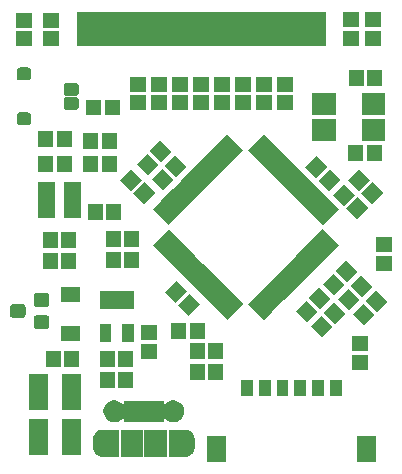
<source format=gts>
G04 #@! TF.GenerationSoftware,KiCad,Pcbnew,5.1.6*
G04 #@! TF.CreationDate,2020-09-12T16:37:34+02:00*
G04 #@! TF.ProjectId,xling,786c696e-672e-46b6-9963-61645f706362,4*
G04 #@! TF.SameCoordinates,Original*
G04 #@! TF.FileFunction,Soldermask,Top*
G04 #@! TF.FilePolarity,Negative*
%FSLAX46Y46*%
G04 Gerber Fmt 4.6, Leading zero omitted, Abs format (unit mm)*
G04 Created by KiCad (PCBNEW 5.1.6) date 2020-09-12 16:37:34*
%MOMM*%
%LPD*%
G01*
G04 APERTURE LIST*
%ADD10C,0.100000*%
G04 APERTURE END LIST*
D10*
G36*
X84462000Y-85955000D02*
G01*
X82812000Y-85955000D01*
X82812000Y-83755000D01*
X84462000Y-83755000D01*
X84462000Y-85955000D01*
G37*
G36*
X71752000Y-85955000D02*
G01*
X70102000Y-85955000D01*
X70102000Y-83755000D01*
X71752000Y-83755000D01*
X71752000Y-85955000D01*
G37*
G36*
X61318848Y-83197259D02*
G01*
X61323749Y-83197500D01*
X62682000Y-83197500D01*
X62682000Y-85497500D01*
X61323748Y-85497500D01*
X61318847Y-85497741D01*
X61282000Y-85501370D01*
X61245152Y-85497741D01*
X61240251Y-85497500D01*
X61080234Y-85497500D01*
X61078194Y-85490775D01*
X61073574Y-85482131D01*
X61067356Y-85474554D01*
X61059779Y-85468336D01*
X61051135Y-85463716D01*
X61046521Y-85462065D01*
X61007980Y-85450374D01*
X60974371Y-85440179D01*
X60835395Y-85365895D01*
X60713578Y-85265922D01*
X60613605Y-85144104D01*
X60539321Y-85005128D01*
X60493576Y-84854326D01*
X60482000Y-84736794D01*
X60482000Y-83958205D01*
X60493576Y-83840673D01*
X60539322Y-83689871D01*
X60613606Y-83550895D01*
X60713579Y-83429078D01*
X60835396Y-83329105D01*
X60974372Y-83254821D01*
X61046515Y-83232937D01*
X61055570Y-83229186D01*
X61063720Y-83223741D01*
X61070651Y-83216810D01*
X61076096Y-83208661D01*
X61079847Y-83199605D01*
X61080266Y-83197500D01*
X61240252Y-83197500D01*
X61245153Y-83197259D01*
X61282000Y-83193630D01*
X61318848Y-83197259D01*
G37*
G36*
X68318847Y-83197259D02*
G01*
X68323748Y-83197500D01*
X68483766Y-83197500D01*
X68485806Y-83204225D01*
X68490426Y-83212869D01*
X68496644Y-83220446D01*
X68504221Y-83226664D01*
X68512865Y-83231284D01*
X68517485Y-83232937D01*
X68589628Y-83254821D01*
X68728604Y-83329105D01*
X68850422Y-83429078D01*
X68950395Y-83550895D01*
X69024679Y-83689871D01*
X69070424Y-83840673D01*
X69082000Y-83958205D01*
X69082000Y-84736795D01*
X69070424Y-84854327D01*
X69024679Y-85005129D01*
X68950395Y-85144105D01*
X68850422Y-85265922D01*
X68728605Y-85365895D01*
X68589629Y-85440179D01*
X68556020Y-85450374D01*
X68517482Y-85462064D01*
X68508430Y-85465814D01*
X68500280Y-85471259D01*
X68493350Y-85478190D01*
X68487904Y-85486339D01*
X68484153Y-85495395D01*
X68483734Y-85497500D01*
X68323749Y-85497500D01*
X68318848Y-85497741D01*
X68282000Y-85501370D01*
X68245153Y-85497741D01*
X68240252Y-85497500D01*
X66882000Y-85497500D01*
X66882000Y-83197500D01*
X68240251Y-83197500D01*
X68245152Y-83197259D01*
X68282000Y-83193630D01*
X68318847Y-83197259D01*
G37*
G36*
X66732000Y-85497500D02*
G01*
X64832000Y-85497500D01*
X64832000Y-83197500D01*
X66732000Y-83197500D01*
X66732000Y-85497500D01*
G37*
G36*
X64732000Y-85497500D02*
G01*
X62832000Y-85497500D01*
X62832000Y-83197500D01*
X64732000Y-83197500D01*
X64732000Y-85497500D01*
G37*
G36*
X59502000Y-85345000D02*
G01*
X57852000Y-85345000D01*
X57852000Y-82295000D01*
X59502000Y-82295000D01*
X59502000Y-85345000D01*
G37*
G36*
X56702000Y-85345000D02*
G01*
X55052000Y-85345000D01*
X55052000Y-82295000D01*
X56702000Y-82295000D01*
X56702000Y-85345000D01*
G37*
G36*
X62551811Y-80758046D02*
G01*
X62551814Y-80758047D01*
X62551813Y-80758047D01*
X62720152Y-80827775D01*
X62871653Y-80929005D01*
X62996652Y-81054004D01*
X63004223Y-81060217D01*
X63012867Y-81064837D01*
X63022247Y-81067682D01*
X63032001Y-81068643D01*
X63041755Y-81067682D01*
X63051135Y-81064837D01*
X63059779Y-81060217D01*
X63067356Y-81053999D01*
X63073574Y-81046422D01*
X63078194Y-81037778D01*
X63081039Y-81028398D01*
X63082000Y-81018644D01*
X63082000Y-80772500D01*
X66482000Y-80772500D01*
X66482000Y-81018644D01*
X66482961Y-81028398D01*
X66485806Y-81037778D01*
X66490426Y-81046422D01*
X66496644Y-81053999D01*
X66504221Y-81060217D01*
X66512865Y-81064837D01*
X66522245Y-81067682D01*
X66531999Y-81068643D01*
X66541753Y-81067682D01*
X66551133Y-81064837D01*
X66559777Y-81060217D01*
X66567348Y-81054004D01*
X66692347Y-80929005D01*
X66843848Y-80827775D01*
X67012187Y-80758047D01*
X67012186Y-80758047D01*
X67012189Y-80758046D01*
X67190894Y-80722500D01*
X67373106Y-80722500D01*
X67551811Y-80758046D01*
X67551814Y-80758047D01*
X67551813Y-80758047D01*
X67720152Y-80827775D01*
X67871653Y-80929005D01*
X68000495Y-81057847D01*
X68101725Y-81209348D01*
X68159490Y-81348806D01*
X68171454Y-81377689D01*
X68207000Y-81556394D01*
X68207000Y-81738606D01*
X68171454Y-81917311D01*
X68171453Y-81917313D01*
X68101725Y-82085652D01*
X68000495Y-82237153D01*
X67871653Y-82365995D01*
X67720152Y-82467225D01*
X67586706Y-82522500D01*
X67551811Y-82536954D01*
X67373106Y-82572500D01*
X67190894Y-82572500D01*
X67012189Y-82536954D01*
X66977294Y-82522500D01*
X66843848Y-82467225D01*
X66692347Y-82365995D01*
X66567348Y-82240996D01*
X66559777Y-82234783D01*
X66551133Y-82230163D01*
X66541753Y-82227318D01*
X66531999Y-82226357D01*
X66522245Y-82227318D01*
X66512865Y-82230163D01*
X66504221Y-82234783D01*
X66496644Y-82241001D01*
X66490426Y-82248578D01*
X66485806Y-82257222D01*
X66482961Y-82266602D01*
X66482000Y-82276356D01*
X66482000Y-82522500D01*
X63082000Y-82522500D01*
X63082000Y-82276356D01*
X63081039Y-82266602D01*
X63078194Y-82257222D01*
X63073574Y-82248578D01*
X63067356Y-82241001D01*
X63059779Y-82234783D01*
X63051135Y-82230163D01*
X63041755Y-82227318D01*
X63032001Y-82226357D01*
X63022247Y-82227318D01*
X63012867Y-82230163D01*
X63004223Y-82234783D01*
X62996652Y-82240996D01*
X62871653Y-82365995D01*
X62720152Y-82467225D01*
X62586706Y-82522500D01*
X62551811Y-82536954D01*
X62373106Y-82572500D01*
X62190894Y-82572500D01*
X62012189Y-82536954D01*
X61977294Y-82522500D01*
X61843848Y-82467225D01*
X61692347Y-82365995D01*
X61563505Y-82237153D01*
X61462275Y-82085652D01*
X61392547Y-81917313D01*
X61392546Y-81917311D01*
X61357000Y-81738606D01*
X61357000Y-81556394D01*
X61392546Y-81377689D01*
X61404510Y-81348806D01*
X61462275Y-81209348D01*
X61563505Y-81057847D01*
X61692347Y-80929005D01*
X61843848Y-80827775D01*
X62012187Y-80758047D01*
X62012186Y-80758047D01*
X62012189Y-80758046D01*
X62190894Y-80722500D01*
X62373106Y-80722500D01*
X62551811Y-80758046D01*
G37*
G36*
X56702000Y-81535000D02*
G01*
X55052000Y-81535000D01*
X55052000Y-78485000D01*
X56702000Y-78485000D01*
X56702000Y-81535000D01*
G37*
G36*
X59502000Y-81535000D02*
G01*
X57852000Y-81535000D01*
X57852000Y-78485000D01*
X59502000Y-78485000D01*
X59502000Y-81535000D01*
G37*
G36*
X81532000Y-80365000D02*
G01*
X80532000Y-80365000D01*
X80532000Y-78965000D01*
X81532000Y-78965000D01*
X81532000Y-80365000D01*
G37*
G36*
X80032000Y-80365000D02*
G01*
X79032000Y-80365000D01*
X79032000Y-78965000D01*
X80032000Y-78965000D01*
X80032000Y-80365000D01*
G37*
G36*
X78532000Y-80365000D02*
G01*
X77532000Y-80365000D01*
X77532000Y-78965000D01*
X78532000Y-78965000D01*
X78532000Y-80365000D01*
G37*
G36*
X77032000Y-80365000D02*
G01*
X76032000Y-80365000D01*
X76032000Y-78965000D01*
X77032000Y-78965000D01*
X77032000Y-80365000D01*
G37*
G36*
X75532000Y-80365000D02*
G01*
X74532000Y-80365000D01*
X74532000Y-78965000D01*
X75532000Y-78965000D01*
X75532000Y-80365000D01*
G37*
G36*
X74032000Y-80365000D02*
G01*
X73032000Y-80365000D01*
X73032000Y-78965000D01*
X74032000Y-78965000D01*
X74032000Y-80365000D01*
G37*
G36*
X62334000Y-79669000D02*
G01*
X61059000Y-79669000D01*
X61059000Y-78319000D01*
X62334000Y-78319000D01*
X62334000Y-79669000D01*
G37*
G36*
X63909000Y-79669000D02*
G01*
X62634000Y-79669000D01*
X62634000Y-78319000D01*
X63909000Y-78319000D01*
X63909000Y-79669000D01*
G37*
G36*
X71529000Y-79008600D02*
G01*
X70254000Y-79008600D01*
X70254000Y-77658600D01*
X71529000Y-77658600D01*
X71529000Y-79008600D01*
G37*
G36*
X69954000Y-79008600D02*
G01*
X68679000Y-79008600D01*
X68679000Y-77658600D01*
X69954000Y-77658600D01*
X69954000Y-79008600D01*
G37*
G36*
X83733000Y-78133000D02*
G01*
X82383000Y-78133000D01*
X82383000Y-76858000D01*
X83733000Y-76858000D01*
X83733000Y-78133000D01*
G37*
G36*
X59337000Y-77891000D02*
G01*
X58062000Y-77891000D01*
X58062000Y-76541000D01*
X59337000Y-76541000D01*
X59337000Y-77891000D01*
G37*
G36*
X57762000Y-77891000D02*
G01*
X56487000Y-77891000D01*
X56487000Y-76541000D01*
X57762000Y-76541000D01*
X57762000Y-77891000D01*
G37*
G36*
X62334000Y-77891000D02*
G01*
X61059000Y-77891000D01*
X61059000Y-76541000D01*
X62334000Y-76541000D01*
X62334000Y-77891000D01*
G37*
G36*
X63909000Y-77891000D02*
G01*
X62634000Y-77891000D01*
X62634000Y-76541000D01*
X63909000Y-76541000D01*
X63909000Y-77891000D01*
G37*
G36*
X69954000Y-77230600D02*
G01*
X68679000Y-77230600D01*
X68679000Y-75880600D01*
X69954000Y-75880600D01*
X69954000Y-77230600D01*
G37*
G36*
X71529000Y-77230600D02*
G01*
X70254000Y-77230600D01*
X70254000Y-75880600D01*
X71529000Y-75880600D01*
X71529000Y-77230600D01*
G37*
G36*
X65914900Y-77218600D02*
G01*
X64564900Y-77218600D01*
X64564900Y-75943600D01*
X65914900Y-75943600D01*
X65914900Y-77218600D01*
G37*
G36*
X83733000Y-76558000D02*
G01*
X82383000Y-76558000D01*
X82383000Y-75283000D01*
X83733000Y-75283000D01*
X83733000Y-76558000D01*
G37*
G36*
X63934000Y-75760000D02*
G01*
X62934000Y-75760000D01*
X62934000Y-74260000D01*
X63934000Y-74260000D01*
X63934000Y-75760000D01*
G37*
G36*
X62034000Y-75760000D02*
G01*
X61034000Y-75760000D01*
X61034000Y-74260000D01*
X62034000Y-74260000D01*
X62034000Y-75760000D01*
G37*
G36*
X59347000Y-75706000D02*
G01*
X57747000Y-75706000D01*
X57747000Y-74406000D01*
X59347000Y-74406000D01*
X59347000Y-75706000D01*
G37*
G36*
X65914900Y-75643600D02*
G01*
X64564900Y-75643600D01*
X64564900Y-74368600D01*
X65914900Y-74368600D01*
X65914900Y-75643600D01*
G37*
G36*
X69954200Y-75503400D02*
G01*
X68679200Y-75503400D01*
X68679200Y-74153400D01*
X69954200Y-74153400D01*
X69954200Y-75503400D01*
G37*
G36*
X68379200Y-75503400D02*
G01*
X67104200Y-75503400D01*
X67104200Y-74153400D01*
X68379200Y-74153400D01*
X68379200Y-75503400D01*
G37*
G36*
X80762231Y-74497364D02*
G01*
X79860670Y-75398925D01*
X78906075Y-74444330D01*
X79807636Y-73542769D01*
X80762231Y-74497364D01*
G37*
G36*
X56546602Y-73507521D02*
G01*
X56598147Y-73523157D01*
X56645645Y-73548545D01*
X56687283Y-73582717D01*
X56721455Y-73624355D01*
X56746843Y-73671853D01*
X56762479Y-73723398D01*
X56768000Y-73779454D01*
X56768000Y-74424546D01*
X56762479Y-74480602D01*
X56746843Y-74532147D01*
X56721455Y-74579645D01*
X56687283Y-74621283D01*
X56645645Y-74655455D01*
X56598147Y-74680843D01*
X56546602Y-74696479D01*
X56490546Y-74702000D01*
X55745454Y-74702000D01*
X55689398Y-74696479D01*
X55637853Y-74680843D01*
X55590355Y-74655455D01*
X55548717Y-74621283D01*
X55514545Y-74579645D01*
X55489157Y-74532147D01*
X55473521Y-74480602D01*
X55468000Y-74424546D01*
X55468000Y-73779454D01*
X55473521Y-73723398D01*
X55489157Y-73671853D01*
X55514545Y-73624355D01*
X55548717Y-73582717D01*
X55590355Y-73548545D01*
X55637853Y-73523157D01*
X55689398Y-73507521D01*
X55745454Y-73502000D01*
X56490546Y-73502000D01*
X56546602Y-73507521D01*
G37*
G36*
X84318231Y-73481364D02*
G01*
X83416670Y-74382925D01*
X82462075Y-73428330D01*
X83363636Y-72526769D01*
X84318231Y-73481364D01*
G37*
G36*
X81875925Y-73383670D02*
G01*
X80974364Y-74285231D01*
X80019769Y-73330636D01*
X80921330Y-72429075D01*
X81875925Y-73383670D01*
G37*
G36*
X79492231Y-73227364D02*
G01*
X78590670Y-74128925D01*
X77636075Y-73174330D01*
X78537636Y-72272769D01*
X79492231Y-73227364D01*
G37*
G36*
X67448626Y-66800141D02*
G01*
X67448626Y-66800140D01*
X68686062Y-68037576D01*
X68686062Y-68037577D01*
X69145682Y-68497197D01*
X69145682Y-68497196D01*
X69817433Y-69168947D01*
X69817433Y-69168948D01*
X70277053Y-69628568D01*
X70277053Y-69628567D01*
X70948804Y-70300318D01*
X70948804Y-70300319D01*
X71408424Y-70759939D01*
X71408424Y-70759938D01*
X72645860Y-71997374D01*
X72645860Y-71997375D01*
X73211545Y-72563060D01*
X71868042Y-73906563D01*
X71196291Y-73234812D01*
X71196292Y-73234812D01*
X70170987Y-72209507D01*
X70170986Y-72209507D01*
X69499235Y-71537756D01*
X69499236Y-71537756D01*
X69039616Y-71078136D01*
X69039615Y-71078136D01*
X68367864Y-70406385D01*
X68367865Y-70406385D01*
X67908245Y-69946765D01*
X67908244Y-69946765D01*
X67236493Y-69275014D01*
X67236494Y-69275014D01*
X66211189Y-68249709D01*
X66211188Y-68249709D01*
X65539437Y-67577958D01*
X66882940Y-66234455D01*
X67448626Y-66800141D01*
G37*
G36*
X81272563Y-67577958D02*
G01*
X80600812Y-68249709D01*
X80035126Y-68815394D01*
X79575507Y-69275014D01*
X76641014Y-72209507D01*
X76075328Y-72775192D01*
X75615709Y-73234812D01*
X74943958Y-73906563D01*
X73600455Y-72563060D01*
X74166141Y-71997375D01*
X74166140Y-71997374D01*
X75403576Y-70759938D01*
X75403577Y-70759939D01*
X75438921Y-70724594D01*
X75863197Y-70300319D01*
X75863196Y-70300318D01*
X76534947Y-69628567D01*
X76534948Y-69628568D01*
X76570292Y-69593223D01*
X76994568Y-69168948D01*
X76994567Y-69168947D01*
X77666318Y-68497196D01*
X77666319Y-68497197D01*
X77701663Y-68461852D01*
X78125939Y-68037577D01*
X78125938Y-68037576D01*
X79363374Y-66800140D01*
X79363375Y-66800141D01*
X79398719Y-66764796D01*
X79929060Y-66234455D01*
X81272563Y-67577958D01*
G37*
G36*
X54546602Y-72557521D02*
G01*
X54598147Y-72573157D01*
X54645645Y-72598545D01*
X54687283Y-72632717D01*
X54721455Y-72674355D01*
X54746843Y-72721853D01*
X54762479Y-72773398D01*
X54768000Y-72829454D01*
X54768000Y-73474546D01*
X54762479Y-73530602D01*
X54746843Y-73582147D01*
X54721455Y-73629645D01*
X54687283Y-73671283D01*
X54645645Y-73705455D01*
X54598147Y-73730843D01*
X54546602Y-73746479D01*
X54490546Y-73752000D01*
X53745454Y-73752000D01*
X53689398Y-73746479D01*
X53637853Y-73730843D01*
X53590355Y-73705455D01*
X53548717Y-73671283D01*
X53514545Y-73629645D01*
X53489157Y-73582147D01*
X53473521Y-73530602D01*
X53468000Y-73474546D01*
X53468000Y-72829454D01*
X53473521Y-72773398D01*
X53489157Y-72721853D01*
X53514545Y-72674355D01*
X53548717Y-72632717D01*
X53590355Y-72598545D01*
X53637853Y-72573157D01*
X53689398Y-72557521D01*
X53745454Y-72552000D01*
X54490546Y-72552000D01*
X54546602Y-72557521D01*
G37*
G36*
X69556925Y-72602830D02*
G01*
X68602330Y-73557425D01*
X67700769Y-72655864D01*
X68655364Y-71701269D01*
X69556925Y-72602830D01*
G37*
G36*
X85431925Y-72367670D02*
G01*
X84530364Y-73269231D01*
X83575769Y-72314636D01*
X84477330Y-71413075D01*
X85431925Y-72367670D01*
G37*
G36*
X83048231Y-72211364D02*
G01*
X82146670Y-73112925D01*
X81192075Y-72158330D01*
X82093636Y-71256769D01*
X83048231Y-72211364D01*
G37*
G36*
X80605925Y-72113670D02*
G01*
X79704364Y-73015231D01*
X78749769Y-72060636D01*
X79651330Y-71159075D01*
X80605925Y-72113670D01*
G37*
G36*
X63934000Y-72960000D02*
G01*
X61034000Y-72960000D01*
X61034000Y-71460000D01*
X63934000Y-71460000D01*
X63934000Y-72960000D01*
G37*
G36*
X56546602Y-71607521D02*
G01*
X56598147Y-71623157D01*
X56645645Y-71648545D01*
X56687283Y-71682717D01*
X56721455Y-71724355D01*
X56746843Y-71771853D01*
X56762479Y-71823398D01*
X56768000Y-71879454D01*
X56768000Y-72524546D01*
X56762479Y-72580602D01*
X56746843Y-72632147D01*
X56721455Y-72679645D01*
X56687283Y-72721283D01*
X56645645Y-72755455D01*
X56598147Y-72780843D01*
X56546602Y-72796479D01*
X56490546Y-72802000D01*
X55745454Y-72802000D01*
X55689398Y-72796479D01*
X55637853Y-72780843D01*
X55590355Y-72755455D01*
X55548717Y-72721283D01*
X55514545Y-72679645D01*
X55489157Y-72632147D01*
X55473521Y-72580602D01*
X55468000Y-72524546D01*
X55468000Y-71879454D01*
X55473521Y-71823398D01*
X55489157Y-71771853D01*
X55514545Y-71724355D01*
X55548717Y-71682717D01*
X55590355Y-71648545D01*
X55637853Y-71623157D01*
X55689398Y-71607521D01*
X55745454Y-71602000D01*
X56490546Y-71602000D01*
X56546602Y-71607521D01*
G37*
G36*
X68443231Y-71489136D02*
G01*
X67488636Y-72443731D01*
X66587075Y-71542170D01*
X67541670Y-70587575D01*
X68443231Y-71489136D01*
G37*
G36*
X59347000Y-72406000D02*
G01*
X57747000Y-72406000D01*
X57747000Y-71106000D01*
X59347000Y-71106000D01*
X59347000Y-72406000D01*
G37*
G36*
X84161925Y-71097670D02*
G01*
X83260364Y-71999231D01*
X82305769Y-71044636D01*
X83207330Y-70143075D01*
X84161925Y-71097670D01*
G37*
G36*
X81778231Y-70941364D02*
G01*
X80876670Y-71842925D01*
X79922075Y-70888330D01*
X80823636Y-69986769D01*
X81778231Y-70941364D01*
G37*
G36*
X82891925Y-69827670D02*
G01*
X81990364Y-70729231D01*
X81035769Y-69774636D01*
X81937330Y-68873075D01*
X82891925Y-69827670D01*
G37*
G36*
X85765000Y-69751000D02*
G01*
X84415000Y-69751000D01*
X84415000Y-68476000D01*
X85765000Y-68476000D01*
X85765000Y-69751000D01*
G37*
G36*
X57508000Y-69636000D02*
G01*
X56233000Y-69636000D01*
X56233000Y-68286000D01*
X57508000Y-68286000D01*
X57508000Y-69636000D01*
G37*
G36*
X59083000Y-69636000D02*
G01*
X57808000Y-69636000D01*
X57808000Y-68286000D01*
X59083000Y-68286000D01*
X59083000Y-69636000D01*
G37*
G36*
X62842000Y-69509000D02*
G01*
X61567000Y-69509000D01*
X61567000Y-68159000D01*
X62842000Y-68159000D01*
X62842000Y-69509000D01*
G37*
G36*
X64417000Y-69509000D02*
G01*
X63142000Y-69509000D01*
X63142000Y-68159000D01*
X64417000Y-68159000D01*
X64417000Y-69509000D01*
G37*
G36*
X85765000Y-68176000D02*
G01*
X84415000Y-68176000D01*
X84415000Y-66901000D01*
X85765000Y-66901000D01*
X85765000Y-68176000D01*
G37*
G36*
X59083000Y-67858000D02*
G01*
X57808000Y-67858000D01*
X57808000Y-66508000D01*
X59083000Y-66508000D01*
X59083000Y-67858000D01*
G37*
G36*
X57508000Y-67858000D02*
G01*
X56233000Y-67858000D01*
X56233000Y-66508000D01*
X57508000Y-66508000D01*
X57508000Y-67858000D01*
G37*
G36*
X62842000Y-67731000D02*
G01*
X61567000Y-67731000D01*
X61567000Y-66381000D01*
X62842000Y-66381000D01*
X62842000Y-67731000D01*
G37*
G36*
X64417000Y-67731000D02*
G01*
X63142000Y-67731000D01*
X63142000Y-66381000D01*
X64417000Y-66381000D01*
X64417000Y-67731000D01*
G37*
G36*
X73211545Y-59516940D02*
G01*
X72645860Y-60082626D01*
X67448626Y-65279860D01*
X66882940Y-65845545D01*
X65539437Y-64502042D01*
X66211188Y-63830291D01*
X66211189Y-63830292D01*
X66246533Y-63794947D01*
X66776874Y-63264606D01*
X67236494Y-62804987D01*
X67236493Y-62804986D01*
X67908244Y-62133235D01*
X67908245Y-62133236D01*
X67943589Y-62097891D01*
X68367865Y-61673616D01*
X68367864Y-61673615D01*
X69039615Y-61001864D01*
X69039616Y-61001865D01*
X69074960Y-60966520D01*
X69499236Y-60542245D01*
X69499235Y-60542244D01*
X70170986Y-59870493D01*
X70170987Y-59870494D01*
X70206331Y-59835149D01*
X70736672Y-59304808D01*
X71196292Y-58845189D01*
X71196291Y-58845188D01*
X71868042Y-58173437D01*
X73211545Y-59516940D01*
G37*
G36*
X75615709Y-58845188D02*
G01*
X75615709Y-58845189D01*
X76641014Y-59870494D01*
X76641014Y-59870493D01*
X77312765Y-60542244D01*
X77312765Y-60542245D01*
X77772385Y-61001865D01*
X77772385Y-61001864D01*
X78444136Y-61673615D01*
X78444136Y-61673616D01*
X78903756Y-62133236D01*
X78903756Y-62133235D01*
X79575507Y-62804986D01*
X79575507Y-62804987D01*
X80600812Y-63830292D01*
X80600812Y-63830291D01*
X81272563Y-64502042D01*
X79929060Y-65845545D01*
X79363375Y-65279860D01*
X79363374Y-65279860D01*
X78125938Y-64042424D01*
X78125939Y-64042424D01*
X77666319Y-63582804D01*
X77666318Y-63582804D01*
X76994567Y-62911053D01*
X76994568Y-62911053D01*
X76534948Y-62451433D01*
X76534947Y-62451433D01*
X75863196Y-61779682D01*
X75863197Y-61779682D01*
X75403577Y-61320062D01*
X75403576Y-61320062D01*
X74166140Y-60082626D01*
X74166141Y-60082626D01*
X73600455Y-59516940D01*
X74943958Y-58173437D01*
X75615709Y-58845188D01*
G37*
G36*
X61318000Y-65445000D02*
G01*
X60043000Y-65445000D01*
X60043000Y-64095000D01*
X61318000Y-64095000D01*
X61318000Y-65445000D01*
G37*
G36*
X62893000Y-65445000D02*
G01*
X61618000Y-65445000D01*
X61618000Y-64095000D01*
X62893000Y-64095000D01*
X62893000Y-65445000D01*
G37*
G36*
X83780925Y-64411330D02*
G01*
X82826330Y-65365925D01*
X81924769Y-64464364D01*
X82879364Y-63509769D01*
X83780925Y-64411330D01*
G37*
G36*
X59457500Y-65254000D02*
G01*
X58057500Y-65254000D01*
X58057500Y-62254000D01*
X59457500Y-62254000D01*
X59457500Y-65254000D01*
G37*
G36*
X57258500Y-65254000D02*
G01*
X55858500Y-65254000D01*
X55858500Y-62254000D01*
X57258500Y-62254000D01*
X57258500Y-65254000D01*
G37*
G36*
X82667231Y-63297636D02*
G01*
X81712636Y-64252231D01*
X80811075Y-63350670D01*
X81765670Y-62396075D01*
X82667231Y-63297636D01*
G37*
G36*
X65746925Y-63141330D02*
G01*
X64792330Y-64095925D01*
X63890769Y-63194364D01*
X64845364Y-62239769D01*
X65746925Y-63141330D01*
G37*
G36*
X85050925Y-63141330D02*
G01*
X84096330Y-64095925D01*
X83194769Y-63194364D01*
X84149364Y-62239769D01*
X85050925Y-63141330D01*
G37*
G36*
X81431425Y-62061830D02*
G01*
X80476830Y-63016425D01*
X79575269Y-62114864D01*
X80529864Y-61160269D01*
X81431425Y-62061830D01*
G37*
G36*
X83937231Y-62027636D02*
G01*
X82982636Y-62982231D01*
X82081075Y-62080670D01*
X83035670Y-61126075D01*
X83937231Y-62027636D01*
G37*
G36*
X64633231Y-62027636D02*
G01*
X63678636Y-62982231D01*
X62777075Y-62080670D01*
X63731670Y-61126075D01*
X64633231Y-62027636D01*
G37*
G36*
X67300231Y-62051364D02*
G01*
X66398670Y-62952925D01*
X65444075Y-61998330D01*
X66345636Y-61096769D01*
X67300231Y-62051364D01*
G37*
G36*
X80317731Y-60948136D02*
G01*
X79363136Y-61902731D01*
X78461575Y-61001170D01*
X79416170Y-60046575D01*
X80317731Y-60948136D01*
G37*
G36*
X68413925Y-60937670D02*
G01*
X67512364Y-61839231D01*
X66557769Y-60884636D01*
X67459330Y-59983075D01*
X68413925Y-60937670D01*
G37*
G36*
X66030231Y-60781364D02*
G01*
X65128670Y-61682925D01*
X64174075Y-60728330D01*
X65075636Y-59826769D01*
X66030231Y-60781364D01*
G37*
G36*
X60937000Y-61381000D02*
G01*
X59662000Y-61381000D01*
X59662000Y-60031000D01*
X60937000Y-60031000D01*
X60937000Y-61381000D01*
G37*
G36*
X62512000Y-61381000D02*
G01*
X61237000Y-61381000D01*
X61237000Y-60031000D01*
X62512000Y-60031000D01*
X62512000Y-61381000D01*
G37*
G36*
X58702000Y-61381000D02*
G01*
X57427000Y-61381000D01*
X57427000Y-60031000D01*
X58702000Y-60031000D01*
X58702000Y-61381000D01*
G37*
G36*
X57127000Y-61381000D02*
G01*
X55852000Y-61381000D01*
X55852000Y-60031000D01*
X57127000Y-60031000D01*
X57127000Y-61381000D01*
G37*
G36*
X67143925Y-59667670D02*
G01*
X66242364Y-60569231D01*
X65287769Y-59614636D01*
X66189330Y-58713075D01*
X67143925Y-59667670D01*
G37*
G36*
X84927500Y-60492000D02*
G01*
X83652500Y-60492000D01*
X83652500Y-59142000D01*
X84927500Y-59142000D01*
X84927500Y-60492000D01*
G37*
G36*
X83352500Y-60492000D02*
G01*
X82077500Y-60492000D01*
X82077500Y-59142000D01*
X83352500Y-59142000D01*
X83352500Y-60492000D01*
G37*
G36*
X62512000Y-59476000D02*
G01*
X61237000Y-59476000D01*
X61237000Y-58126000D01*
X62512000Y-58126000D01*
X62512000Y-59476000D01*
G37*
G36*
X60937000Y-59476000D02*
G01*
X59662000Y-59476000D01*
X59662000Y-58126000D01*
X60937000Y-58126000D01*
X60937000Y-59476000D01*
G37*
G36*
X58702000Y-59298200D02*
G01*
X57427000Y-59298200D01*
X57427000Y-57948200D01*
X58702000Y-57948200D01*
X58702000Y-59298200D01*
G37*
G36*
X57127000Y-59298200D02*
G01*
X55852000Y-59298200D01*
X55852000Y-57948200D01*
X57127000Y-57948200D01*
X57127000Y-59298200D01*
G37*
G36*
X85242000Y-58742000D02*
G01*
X83242000Y-58742000D01*
X83242000Y-56942000D01*
X85242000Y-56942000D01*
X85242000Y-58742000D01*
G37*
G36*
X81042000Y-58742000D02*
G01*
X79042000Y-58742000D01*
X79042000Y-56942000D01*
X81042000Y-56942000D01*
X81042000Y-58742000D01*
G37*
G36*
X55015724Y-56346040D02*
G01*
X55062580Y-56360254D01*
X55105757Y-56383332D01*
X55143605Y-56414395D01*
X55174668Y-56452243D01*
X55197746Y-56495420D01*
X55211960Y-56542276D01*
X55217000Y-56593453D01*
X55217000Y-57188547D01*
X55211960Y-57239724D01*
X55197746Y-57286580D01*
X55174668Y-57329757D01*
X55143605Y-57367605D01*
X55105757Y-57398668D01*
X55062580Y-57421746D01*
X55015724Y-57435960D01*
X54964547Y-57441000D01*
X54269453Y-57441000D01*
X54218276Y-57435960D01*
X54171420Y-57421746D01*
X54128243Y-57398668D01*
X54090395Y-57367605D01*
X54059332Y-57329757D01*
X54036254Y-57286580D01*
X54022040Y-57239724D01*
X54017000Y-57188547D01*
X54017000Y-56593453D01*
X54022040Y-56542276D01*
X54036254Y-56495420D01*
X54059332Y-56452243D01*
X54090395Y-56414395D01*
X54128243Y-56383332D01*
X54171420Y-56360254D01*
X54218276Y-56346040D01*
X54269453Y-56341000D01*
X54964547Y-56341000D01*
X55015724Y-56346040D01*
G37*
G36*
X62740600Y-56605800D02*
G01*
X61465600Y-56605800D01*
X61465600Y-55255800D01*
X62740600Y-55255800D01*
X62740600Y-56605800D01*
G37*
G36*
X61165600Y-56605800D02*
G01*
X59890600Y-56605800D01*
X59890600Y-55255800D01*
X61165600Y-55255800D01*
X61165600Y-56605800D01*
G37*
G36*
X85242000Y-56542000D02*
G01*
X83242000Y-56542000D01*
X83242000Y-54742000D01*
X85242000Y-54742000D01*
X85242000Y-56542000D01*
G37*
G36*
X81042000Y-56542000D02*
G01*
X79042000Y-56542000D01*
X79042000Y-54742000D01*
X81042000Y-54742000D01*
X81042000Y-56542000D01*
G37*
G36*
X64937000Y-56162000D02*
G01*
X63587000Y-56162000D01*
X63587000Y-54887000D01*
X64937000Y-54887000D01*
X64937000Y-56162000D01*
G37*
G36*
X68493000Y-56162000D02*
G01*
X67143000Y-56162000D01*
X67143000Y-54887000D01*
X68493000Y-54887000D01*
X68493000Y-56162000D01*
G37*
G36*
X77383000Y-56162000D02*
G01*
X76033000Y-56162000D01*
X76033000Y-54887000D01*
X77383000Y-54887000D01*
X77383000Y-56162000D01*
G37*
G36*
X73827000Y-56162000D02*
G01*
X72477000Y-56162000D01*
X72477000Y-54887000D01*
X73827000Y-54887000D01*
X73827000Y-56162000D01*
G37*
G36*
X75605000Y-56162000D02*
G01*
X74255000Y-56162000D01*
X74255000Y-54887000D01*
X75605000Y-54887000D01*
X75605000Y-56162000D01*
G37*
G36*
X72049000Y-56162000D02*
G01*
X70699000Y-56162000D01*
X70699000Y-54887000D01*
X72049000Y-54887000D01*
X72049000Y-56162000D01*
G37*
G36*
X70271000Y-56162000D02*
G01*
X68921000Y-56162000D01*
X68921000Y-54887000D01*
X70271000Y-54887000D01*
X70271000Y-56162000D01*
G37*
G36*
X66715000Y-56162000D02*
G01*
X65365000Y-56162000D01*
X65365000Y-54887000D01*
X66715000Y-54887000D01*
X66715000Y-56162000D01*
G37*
G36*
X59065724Y-55046040D02*
G01*
X59112580Y-55060254D01*
X59155757Y-55083332D01*
X59193605Y-55114395D01*
X59224668Y-55152243D01*
X59247746Y-55195420D01*
X59261960Y-55242276D01*
X59267000Y-55293453D01*
X59267000Y-55888547D01*
X59261960Y-55939724D01*
X59247746Y-55986580D01*
X59224668Y-56029757D01*
X59193605Y-56067605D01*
X59155757Y-56098668D01*
X59112580Y-56121746D01*
X59065724Y-56135960D01*
X59014547Y-56141000D01*
X58269453Y-56141000D01*
X58218276Y-56135960D01*
X58171420Y-56121746D01*
X58128243Y-56098668D01*
X58090395Y-56067605D01*
X58059332Y-56029757D01*
X58036254Y-55986580D01*
X58022040Y-55939724D01*
X58017000Y-55888547D01*
X58017000Y-55293453D01*
X58022040Y-55242276D01*
X58036254Y-55195420D01*
X58059332Y-55152243D01*
X58090395Y-55114395D01*
X58128243Y-55083332D01*
X58171420Y-55060254D01*
X58218276Y-55046040D01*
X58269453Y-55041000D01*
X59014547Y-55041000D01*
X59065724Y-55046040D01*
G37*
G36*
X59065724Y-53846040D02*
G01*
X59112580Y-53860254D01*
X59155757Y-53883332D01*
X59193605Y-53914395D01*
X59224668Y-53952243D01*
X59247746Y-53995420D01*
X59261960Y-54042276D01*
X59267000Y-54093453D01*
X59267000Y-54688547D01*
X59261960Y-54739724D01*
X59247746Y-54786580D01*
X59224668Y-54829757D01*
X59193605Y-54867605D01*
X59155757Y-54898668D01*
X59112580Y-54921746D01*
X59065724Y-54935960D01*
X59014547Y-54941000D01*
X58269453Y-54941000D01*
X58218276Y-54935960D01*
X58171420Y-54921746D01*
X58128243Y-54898668D01*
X58090395Y-54867605D01*
X58059332Y-54829757D01*
X58036254Y-54786580D01*
X58022040Y-54739724D01*
X58017000Y-54688547D01*
X58017000Y-54093453D01*
X58022040Y-54042276D01*
X58036254Y-53995420D01*
X58059332Y-53952243D01*
X58090395Y-53914395D01*
X58128243Y-53883332D01*
X58171420Y-53860254D01*
X58218276Y-53846040D01*
X58269453Y-53841000D01*
X59014547Y-53841000D01*
X59065724Y-53846040D01*
G37*
G36*
X66715000Y-54587000D02*
G01*
X65365000Y-54587000D01*
X65365000Y-53312000D01*
X66715000Y-53312000D01*
X66715000Y-54587000D01*
G37*
G36*
X77383000Y-54587000D02*
G01*
X76033000Y-54587000D01*
X76033000Y-53312000D01*
X77383000Y-53312000D01*
X77383000Y-54587000D01*
G37*
G36*
X75605000Y-54587000D02*
G01*
X74255000Y-54587000D01*
X74255000Y-53312000D01*
X75605000Y-53312000D01*
X75605000Y-54587000D01*
G37*
G36*
X73827000Y-54587000D02*
G01*
X72477000Y-54587000D01*
X72477000Y-53312000D01*
X73827000Y-53312000D01*
X73827000Y-54587000D01*
G37*
G36*
X72049000Y-54587000D02*
G01*
X70699000Y-54587000D01*
X70699000Y-53312000D01*
X72049000Y-53312000D01*
X72049000Y-54587000D01*
G37*
G36*
X70271000Y-54587000D02*
G01*
X68921000Y-54587000D01*
X68921000Y-53312000D01*
X70271000Y-53312000D01*
X70271000Y-54587000D01*
G37*
G36*
X68493000Y-54587000D02*
G01*
X67143000Y-54587000D01*
X67143000Y-53312000D01*
X68493000Y-53312000D01*
X68493000Y-54587000D01*
G37*
G36*
X64937000Y-54587000D02*
G01*
X63587000Y-54587000D01*
X63587000Y-53312000D01*
X64937000Y-53312000D01*
X64937000Y-54587000D01*
G37*
G36*
X83416000Y-54142000D02*
G01*
X82141000Y-54142000D01*
X82141000Y-52792000D01*
X83416000Y-52792000D01*
X83416000Y-54142000D01*
G37*
G36*
X84991000Y-54142000D02*
G01*
X83716000Y-54142000D01*
X83716000Y-52792000D01*
X84991000Y-52792000D01*
X84991000Y-54142000D01*
G37*
G36*
X55015724Y-52546040D02*
G01*
X55062580Y-52560254D01*
X55105757Y-52583332D01*
X55143605Y-52614395D01*
X55174668Y-52652243D01*
X55197746Y-52695420D01*
X55211960Y-52742276D01*
X55217000Y-52793453D01*
X55217000Y-53388547D01*
X55211960Y-53439724D01*
X55197746Y-53486580D01*
X55174668Y-53529757D01*
X55143605Y-53567605D01*
X55105757Y-53598668D01*
X55062580Y-53621746D01*
X55015724Y-53635960D01*
X54964547Y-53641000D01*
X54269453Y-53641000D01*
X54218276Y-53635960D01*
X54171420Y-53621746D01*
X54128243Y-53598668D01*
X54090395Y-53567605D01*
X54059332Y-53529757D01*
X54036254Y-53486580D01*
X54022040Y-53439724D01*
X54017000Y-53388547D01*
X54017000Y-52793453D01*
X54022040Y-52742276D01*
X54036254Y-52695420D01*
X54059332Y-52652243D01*
X54090395Y-52614395D01*
X54128243Y-52583332D01*
X54171420Y-52560254D01*
X54218276Y-52546040D01*
X54269453Y-52541000D01*
X54964547Y-52541000D01*
X55015724Y-52546040D01*
G37*
G36*
X55285000Y-50764500D02*
G01*
X53935000Y-50764500D01*
X53935000Y-49489500D01*
X55285000Y-49489500D01*
X55285000Y-50764500D01*
G37*
G36*
X57634500Y-50764500D02*
G01*
X56284500Y-50764500D01*
X56284500Y-49489500D01*
X57634500Y-49489500D01*
X57634500Y-50764500D01*
G37*
G36*
X80207000Y-50760000D02*
G01*
X59157000Y-50760000D01*
X59157000Y-47860000D01*
X80207000Y-47860000D01*
X80207000Y-50760000D01*
G37*
G36*
X82971000Y-50701000D02*
G01*
X81621000Y-50701000D01*
X81621000Y-49426000D01*
X82971000Y-49426000D01*
X82971000Y-50701000D01*
G37*
G36*
X84876000Y-50701000D02*
G01*
X83526000Y-50701000D01*
X83526000Y-49426000D01*
X84876000Y-49426000D01*
X84876000Y-50701000D01*
G37*
G36*
X55285000Y-49189500D02*
G01*
X53935000Y-49189500D01*
X53935000Y-47914500D01*
X55285000Y-47914500D01*
X55285000Y-49189500D01*
G37*
G36*
X57634500Y-49189500D02*
G01*
X56284500Y-49189500D01*
X56284500Y-47914500D01*
X57634500Y-47914500D01*
X57634500Y-49189500D01*
G37*
G36*
X84876000Y-49126000D02*
G01*
X83526000Y-49126000D01*
X83526000Y-47851000D01*
X84876000Y-47851000D01*
X84876000Y-49126000D01*
G37*
G36*
X82971000Y-49126000D02*
G01*
X81621000Y-49126000D01*
X81621000Y-47851000D01*
X82971000Y-47851000D01*
X82971000Y-49126000D01*
G37*
M02*

</source>
